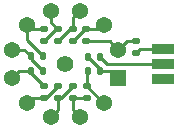
<source format=gbr>
%TF.GenerationSoftware,KiCad,Pcbnew,(6.0.8)*%
%TF.CreationDate,2023-03-18T01:03:14+01:00*%
%TF.ProjectId,ROTARY_SW,524f5441-5259-45f5-9357-2e6b69636164,rev?*%
%TF.SameCoordinates,Original*%
%TF.FileFunction,Copper,L2,Bot*%
%TF.FilePolarity,Positive*%
%FSLAX46Y46*%
G04 Gerber Fmt 4.6, Leading zero omitted, Abs format (unit mm)*
G04 Created by KiCad (PCBNEW (6.0.8)) date 2023-03-18 01:03:14*
%MOMM*%
%LPD*%
G01*
G04 APERTURE LIST*
G04 Aperture macros list*
%AMRoundRect*
0 Rectangle with rounded corners*
0 $1 Rounding radius*
0 $2 $3 $4 $5 $6 $7 $8 $9 X,Y pos of 4 corners*
0 Add a 4 corners polygon primitive as box body*
4,1,4,$2,$3,$4,$5,$6,$7,$8,$9,$2,$3,0*
0 Add four circle primitives for the rounded corners*
1,1,$1+$1,$2,$3*
1,1,$1+$1,$4,$5*
1,1,$1+$1,$6,$7*
1,1,$1+$1,$8,$9*
0 Add four rect primitives between the rounded corners*
20,1,$1+$1,$2,$3,$4,$5,0*
20,1,$1+$1,$4,$5,$6,$7,0*
20,1,$1+$1,$6,$7,$8,$9,0*
20,1,$1+$1,$8,$9,$2,$3,0*%
%AMFreePoly0*
4,1,5,0.950000,-0.450000,-0.950000,-0.450000,-0.950000,0.450000,0.950000,0.450000,0.950000,-0.450000,0.950000,-0.450000,$1*%
G04 Aperture macros list end*
%TA.AperFunction,ComponentPad*%
%ADD10R,1.368000X1.368000*%
%TD*%
%TA.AperFunction,ComponentPad*%
%ADD11C,1.368000*%
%TD*%
%TA.AperFunction,ComponentPad*%
%ADD12C,1.398000*%
%TD*%
%TA.AperFunction,ComponentPad*%
%ADD13FreePoly0,0.000000*%
%TD*%
%TA.AperFunction,SMDPad,CuDef*%
%ADD14RoundRect,0.135000X-0.185000X0.135000X-0.185000X-0.135000X0.185000X-0.135000X0.185000X0.135000X0*%
%TD*%
%TA.AperFunction,SMDPad,CuDef*%
%ADD15RoundRect,0.135000X-0.135000X-0.185000X0.135000X-0.185000X0.135000X0.185000X-0.135000X0.185000X0*%
%TD*%
%TA.AperFunction,SMDPad,CuDef*%
%ADD16RoundRect,0.135000X0.135000X0.185000X-0.135000X0.185000X-0.135000X-0.185000X0.135000X-0.185000X0*%
%TD*%
%TA.AperFunction,SMDPad,CuDef*%
%ADD17RoundRect,0.135000X0.185000X-0.135000X0.185000X0.135000X-0.185000X0.135000X-0.185000X-0.135000X0*%
%TD*%
%TA.AperFunction,Conductor*%
%ADD18C,0.250000*%
%TD*%
G04 APERTURE END LIST*
D10*
%TO.P,S1,1*%
%TO.N,Net-(R11-Pad1)*%
X89327560Y-38287510D03*
D11*
%TO.P,S1,2*%
%TO.N,Net-(R10-Pad1)*%
X88124050Y-40372050D03*
%TO.P,S1,3*%
%TO.N,Net-(R10-Pad2)*%
X86039510Y-41575560D03*
%TO.P,S1,4*%
%TO.N,Net-(R8-Pad1)*%
X83632490Y-41575560D03*
%TO.P,S1,5*%
%TO.N,Net-(R7-Pad1)*%
X81547950Y-40372050D03*
%TO.P,S1,6*%
%TO.N,Net-(R6-Pad1)*%
X80344440Y-38287510D03*
%TO.P,S1,7*%
%TO.N,Net-(R5-Pad1)*%
X80344440Y-35880490D03*
%TO.P,S1,8*%
%TO.N,Net-(R4-Pad1)*%
X81547950Y-33795950D03*
%TO.P,S1,9*%
%TO.N,Net-(R3-Pad1)*%
X83632490Y-32592440D03*
%TO.P,S1,10*%
%TO.N,Net-(R2-Pad1)*%
X86039510Y-32592440D03*
%TO.P,S1,11*%
%TO.N,Net-(R1-Pad1)*%
X88124050Y-33795950D03*
%TO.P,S1,12*%
%TO.N,Net-(R1-Pad2)*%
X89327560Y-35880490D03*
D12*
%TO.P,S1,C*%
%TO.N,OUT*%
X84836000Y-37084000D03*
%TD*%
D13*
%TO.P,J1,1,Pin_1*%
%TO.N,+3.3V*%
X93091000Y-35814000D03*
%TO.P,J1,2,Pin_2*%
%TO.N,GND*%
X93091000Y-37084000D03*
%TO.P,J1,3,Pin_3*%
%TO.N,OUT*%
X93091000Y-38354000D03*
%TD*%
D14*
%TO.P,R4,1*%
%TO.N,Net-(R4-Pad1)*%
X83058000Y-34159000D03*
%TO.P,R4,2*%
%TO.N,Net-(R3-Pad1)*%
X83058000Y-35179000D03*
%TD*%
D15*
%TO.P,R6,1*%
%TO.N,Net-(R6-Pad1)*%
X81913000Y-37719000D03*
%TO.P,R6,2*%
%TO.N,Net-(R5-Pad1)*%
X82933000Y-37719000D03*
%TD*%
D14*
%TO.P,R3,1*%
%TO.N,Net-(R3-Pad1)*%
X84201000Y-34159000D03*
%TO.P,R3,2*%
%TO.N,Net-(R2-Pad1)*%
X84201000Y-35179000D03*
%TD*%
D16*
%TO.P,R11,1*%
%TO.N,Net-(R11-Pad1)*%
X87757000Y-37719000D03*
%TO.P,R11,2*%
%TO.N,Net-(R10-Pad1)*%
X86737000Y-37719000D03*
%TD*%
D14*
%TO.P,R1,1*%
%TO.N,Net-(R1-Pad1)*%
X86614000Y-34159000D03*
%TO.P,R1,2*%
%TO.N,Net-(R1-Pad2)*%
X86614000Y-35179000D03*
%TD*%
%TO.P,R10,1*%
%TO.N,Net-(R10-Pad1)*%
X86650000Y-38985000D03*
%TO.P,R10,2*%
%TO.N,Net-(R10-Pad2)*%
X86650000Y-40005000D03*
%TD*%
D17*
%TO.P,R8,1*%
%TO.N,Net-(R8-Pad1)*%
X84200000Y-40005000D03*
%TO.P,R8,2*%
%TO.N,Net-(R7-Pad1)*%
X84200000Y-38985000D03*
%TD*%
D16*
%TO.P,R12,1*%
%TO.N,GND*%
X87757000Y-36469000D03*
%TO.P,R12,2*%
%TO.N,Net-(R11-Pad1)*%
X86737000Y-36469000D03*
%TD*%
D17*
%TO.P,R13,1*%
%TO.N,+3.3V*%
X90805000Y-36197000D03*
%TO.P,R13,2*%
%TO.N,Net-(R1-Pad2)*%
X90805000Y-35177000D03*
%TD*%
%TO.P,R9,1*%
%TO.N,Net-(R10-Pad2)*%
X85500000Y-40005000D03*
%TO.P,R9,2*%
%TO.N,Net-(R8-Pad1)*%
X85500000Y-38985000D03*
%TD*%
D14*
%TO.P,R2,1*%
%TO.N,Net-(R2-Pad1)*%
X85471000Y-34159000D03*
%TO.P,R2,2*%
%TO.N,Net-(R1-Pad1)*%
X85471000Y-35179000D03*
%TD*%
D15*
%TO.P,R5,1*%
%TO.N,Net-(R5-Pad1)*%
X81913000Y-36449000D03*
%TO.P,R5,2*%
%TO.N,Net-(R4-Pad1)*%
X82933000Y-36449000D03*
%TD*%
D17*
%TO.P,R7,1*%
%TO.N,Net-(R7-Pad1)*%
X83058000Y-40005000D03*
%TO.P,R7,2*%
%TO.N,Net-(R6-Pad1)*%
X83058000Y-38985000D03*
%TD*%
D18*
%TO.N,Net-(R1-Pad1)*%
X87761000Y-34159000D02*
X88124050Y-33795950D01*
X86614000Y-34159000D02*
X86491000Y-34159000D01*
X86491000Y-34159000D02*
X85471000Y-35179000D01*
X86614000Y-34159000D02*
X87761000Y-34159000D01*
%TO.N,Net-(R1-Pad2)*%
X89642070Y-36195000D02*
X89327560Y-35880490D01*
X90031050Y-35177000D02*
X89327560Y-35880490D01*
X90805000Y-35177000D02*
X90031050Y-35177000D01*
X88626070Y-35179000D02*
X89327560Y-35880490D01*
X86614000Y-35179000D02*
X88626070Y-35179000D01*
%TO.N,Net-(R2-Pad1)*%
X85471000Y-34159000D02*
X85221000Y-34159000D01*
X85221000Y-34159000D02*
X84201000Y-35179000D01*
X85471000Y-33160950D02*
X86039510Y-32592440D01*
X85471000Y-34159000D02*
X85471000Y-33160950D01*
%TO.N,Net-(R3-Pad1)*%
X83632490Y-33590490D02*
X84201000Y-34159000D01*
X83632490Y-32592440D02*
X83632490Y-33590490D01*
X84201000Y-34159000D02*
X84078000Y-34159000D01*
X84078000Y-34159000D02*
X83058000Y-35179000D01*
%TO.N,Net-(R4-Pad1)*%
X81911000Y-34159000D02*
X81547950Y-33795950D01*
X81547950Y-35063950D02*
X82933000Y-36449000D01*
X83058000Y-34159000D02*
X81911000Y-34159000D01*
X81547950Y-33795950D02*
X81547950Y-35063950D01*
%TO.N,Net-(R5-Pad1)*%
X81913000Y-36699000D02*
X82933000Y-37719000D01*
X81913000Y-36449000D02*
X81913000Y-36699000D01*
X81344490Y-35880490D02*
X81913000Y-36449000D01*
X80344440Y-35880490D02*
X81344490Y-35880490D01*
%TO.N,Net-(R6-Pad1)*%
X80912950Y-37719000D02*
X80344440Y-38287510D01*
X81913000Y-37719000D02*
X80912950Y-37719000D01*
X81913000Y-37719000D02*
X81913000Y-37840000D01*
X81913000Y-37840000D02*
X83058000Y-38985000D01*
%TO.N,Net-(R7-Pad1)*%
X83058000Y-40005000D02*
X81915000Y-40005000D01*
X83058000Y-40005000D02*
X83180000Y-40005000D01*
X81915000Y-40005000D02*
X81547950Y-40372050D01*
X83180000Y-40005000D02*
X84200000Y-38985000D01*
%TO.N,Net-(R8-Pad1)*%
X84200000Y-41008050D02*
X83632490Y-41575560D01*
X84480000Y-40005000D02*
X85500000Y-38985000D01*
X84200000Y-40005000D02*
X84200000Y-41008050D01*
X84200000Y-40005000D02*
X84480000Y-40005000D01*
%TO.N,Net-(R10-Pad2)*%
X85500000Y-40005000D02*
X85500000Y-41036050D01*
X85500000Y-41036050D02*
X86039510Y-41575560D01*
X85500000Y-40005000D02*
X86650000Y-40005000D01*
%TO.N,Net-(R10-Pad1)*%
X86650000Y-37806000D02*
X86737000Y-37719000D01*
X88124050Y-40372050D02*
X88037050Y-40372050D01*
X86650000Y-38985000D02*
X86650000Y-37806000D01*
X88037050Y-40372050D02*
X86650000Y-38985000D01*
%TO.N,Net-(R11-Pad1)*%
X88759050Y-37719000D02*
X89327560Y-38287510D01*
X87757000Y-37489000D02*
X86737000Y-36469000D01*
X87757000Y-37719000D02*
X88759050Y-37719000D01*
X87757000Y-37719000D02*
X87757000Y-37489000D01*
%TO.N,GND*%
X88372000Y-37084000D02*
X93091000Y-37084000D01*
X87757000Y-36469000D02*
X88372000Y-37084000D01*
%TO.N,+3.3V*%
X93091000Y-35814000D02*
X91188000Y-35814000D01*
X91188000Y-35814000D02*
X90805000Y-36197000D01*
%TD*%
M02*

</source>
